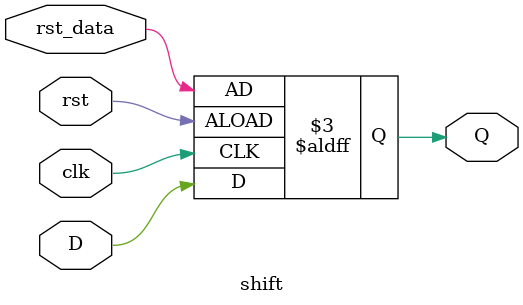
<source format=v>
/*******shift module *******/
    module shift (
    input                                    clk         ,
    input                                    D           ,
    input                                    rst         ,
    input                                    rst_data    ,
    output       reg                         Q
    );
    always @(posedge clk , negedge rst) begin
        if (!rst) begin
            Q <= rst_data ;
        end else begin
            Q <= D ; 
        end
       
    end
    endmodule
</source>
